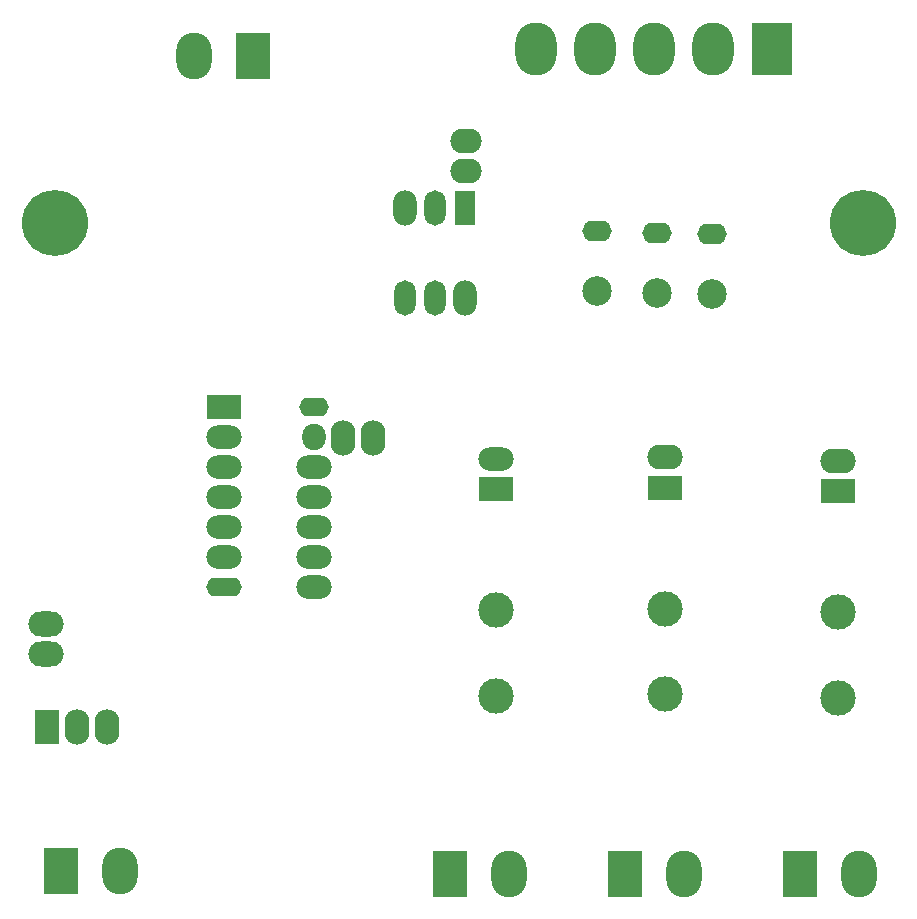
<source format=gbr>
%TF.GenerationSoftware,KiCad,Pcbnew,6.0.11+dfsg-1*%
%TF.CreationDate,2023-04-26T14:21:26-05:00*%
%TF.ProjectId,power_control,706f7765-725f-4636-9f6e-74726f6c2e6b,rev?*%
%TF.SameCoordinates,Original*%
%TF.FileFunction,Soldermask,Bot*%
%TF.FilePolarity,Negative*%
%FSLAX46Y46*%
G04 Gerber Fmt 4.6, Leading zero omitted, Abs format (unit mm)*
G04 Created by KiCad (PCBNEW 6.0.11+dfsg-1) date 2023-04-26 14:21:26*
%MOMM*%
%LPD*%
G01*
G04 APERTURE LIST*
%ADD10R,3.000000X3.960000*%
%ADD11O,3.000000X3.960000*%
%ADD12C,2.500000*%
%ADD13O,2.500000X1.750000*%
%ADD14C,5.600000*%
%ADD15R,3.500000X4.500000*%
%ADD16O,3.500000X4.500000*%
%ADD17R,1.800000X3.000000*%
%ADD18O,1.800000X3.000000*%
%ADD19O,2.000000X3.000000*%
%ADD20C,3.000000*%
%ADD21R,3.000000X2.000000*%
%ADD22O,3.000000X2.100000*%
%ADD23O,3.000000X2.000000*%
%ADD24O,3.000000X1.600000*%
%ADD25O,2.000000X2.250000*%
%ADD26O,2.500000X1.600000*%
%ADD27O,2.100000X3.000000*%
%ADD28R,2.100000X3.000000*%
%ADD29R,3.000000X2.100000*%
%ADD30O,3.000000X2.125000*%
%ADD31O,2.650000X2.100000*%
G04 APERTURE END LIST*
D10*
%TO.C,J_wpump1*%
X179411500Y-108439000D03*
D11*
X184411500Y-108439000D03*
%TD*%
D10*
%TO.C,J_fan1*%
X194183000Y-108458000D03*
D11*
X199183000Y-108458000D03*
%TD*%
D12*
%TO.C,R2*%
X182050800Y-59320000D03*
D13*
X182050800Y-54240000D03*
%TD*%
D14*
%TO.C,H4*%
X131114800Y-53390800D03*
%TD*%
%TO.C,H2*%
X199491600Y-53390800D03*
%TD*%
D15*
%TO.C,J1*%
X191857500Y-38607500D03*
D16*
X186857500Y-38607500D03*
X181857500Y-38607500D03*
X176857500Y-38607500D03*
X171857500Y-38607500D03*
%TD*%
D17*
%TO.C,U3*%
X165842400Y-52052400D03*
D18*
X163302400Y-52052400D03*
D19*
X160762400Y-52052400D03*
D18*
X160762400Y-59672400D03*
X163302400Y-59672400D03*
D19*
X165842400Y-59672400D03*
%TD*%
D20*
%TO.C,U_wpump1*%
X182765700Y-86004400D03*
X182765700Y-93243400D03*
D21*
X182765700Y-75758400D03*
D22*
X182765700Y-73177400D03*
%TD*%
D21*
%TO.C,U1*%
X145400000Y-68975000D03*
D23*
X145400000Y-71515000D03*
X145400000Y-74055000D03*
X145400000Y-76595000D03*
X145400000Y-79135000D03*
X145400000Y-81675000D03*
D24*
X145400000Y-84215000D03*
D23*
X153020000Y-84215000D03*
X153020000Y-81675000D03*
X153020000Y-79135000D03*
X153020000Y-76595000D03*
X153020000Y-74055000D03*
D25*
X153020000Y-71515000D03*
D26*
X153020000Y-68975000D03*
%TD*%
D10*
%TO.C,OUT2*%
X131635000Y-108200000D03*
D11*
X136635000Y-108200000D03*
%TD*%
D27*
%TO.C,R6*%
X155490000Y-71600000D03*
X158030000Y-71600000D03*
%TD*%
D28*
%TO.C,Q2*%
X130460000Y-96000000D03*
D27*
X133000000Y-96000000D03*
X135540000Y-96000000D03*
%TD*%
D12*
%TO.C,R1*%
X177000000Y-59152500D03*
D13*
X177000000Y-54072500D03*
%TD*%
D20*
%TO.C,U_fan1*%
X197446900Y-86309200D03*
X197446900Y-93548200D03*
D29*
X197446900Y-76063200D03*
D22*
X197446900Y-73482200D03*
%TD*%
D12*
%TO.C,R9*%
X186750000Y-59402500D03*
D13*
X186750000Y-54322500D03*
%TD*%
D10*
%TO.C,5V1*%
X147878800Y-39250000D03*
D11*
X142878800Y-39250000D03*
%TD*%
D10*
%TO.C,J_oxygen1*%
X164545000Y-108458000D03*
D11*
X169545000Y-108458000D03*
%TD*%
D30*
%TO.C,R8*%
X130400000Y-87295000D03*
X130400000Y-89835000D03*
%TD*%
D20*
%TO.C,U_oxygen1*%
X168427400Y-86144100D03*
X168427400Y-93383100D03*
D21*
X168427400Y-75898100D03*
D23*
X168427400Y-73317100D03*
%TD*%
D31*
%TO.C,R4*%
X165917400Y-46452400D03*
X165917400Y-48992400D03*
%TD*%
M02*

</source>
